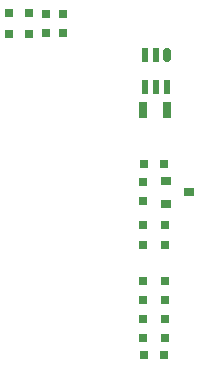
<source format=gtp>
G04*
G04 #@! TF.GenerationSoftware,Altium Limited,Altium Designer,22.1.2 (22)*
G04*
G04 Layer_Color=8421504*
%FSAX44Y44*%
%MOMM*%
G71*
G04*
G04 #@! TF.SameCoordinates,84EC4855-0AA3-41C5-BBCE-46EE62212C49*
G04*
G04*
G04 #@! TF.FilePolarity,Positive*
G04*
G01*
G75*
%ADD14R,0.8000X1.4000*%
%ADD15R,0.8000X0.8000*%
%ADD16R,0.8000X0.8000*%
%ADD17R,0.9500X0.8000*%
%ADD18R,0.6000X1.2000*%
G04:AMPARAMS|DCode=19|XSize=0.6mm|YSize=1.2mm|CornerRadius=0.15mm|HoleSize=0mm|Usage=FLASHONLY|Rotation=0.000|XOffset=0mm|YOffset=0mm|HoleType=Round|Shape=RoundedRectangle|*
%AMROUNDEDRECTD19*
21,1,0.6000,0.9000,0,0,0.0*
21,1,0.3000,1.2000,0,0,0.0*
1,1,0.3000,0.1500,-0.4500*
1,1,0.3000,-0.1500,-0.4500*
1,1,0.3000,-0.1500,0.4500*
1,1,0.3000,0.1500,0.4500*
%
%ADD19ROUNDEDRECTD19*%
D14*
X00900000Y00626000D02*
D03*
X00880000D02*
D03*
D15*
X00881000Y00580000D02*
D03*
X00897500D02*
D03*
X00783250Y00708000D02*
D03*
X00766750D02*
D03*
X00783250Y00690000D02*
D03*
X00766750D02*
D03*
X00880750Y00418000D02*
D03*
X00897250D02*
D03*
D16*
X00798000Y00690750D02*
D03*
X00798000Y00707250D02*
D03*
X00880000Y00565250D02*
D03*
Y00548750D02*
D03*
Y00528250D02*
D03*
Y00511750D02*
D03*
X00898000D02*
D03*
Y00528250D02*
D03*
X00880000Y00432750D02*
D03*
Y00449250D02*
D03*
X00812000Y00707250D02*
D03*
Y00690750D02*
D03*
X00880000Y00464750D02*
D03*
Y00481250D02*
D03*
X00898000Y00481250D02*
D03*
Y00464750D02*
D03*
Y00432750D02*
D03*
Y00449250D02*
D03*
D17*
X00899000Y00565500D02*
D03*
X00919000Y00556000D02*
D03*
X00899000Y00546500D02*
D03*
D18*
X00900500Y00645500D02*
D03*
X00891000Y00645500D02*
D03*
X00881500Y00645500D02*
D03*
Y00672500D02*
D03*
X00891000Y00672500D02*
D03*
D19*
X00900500Y00672500D02*
D03*
M02*

</source>
